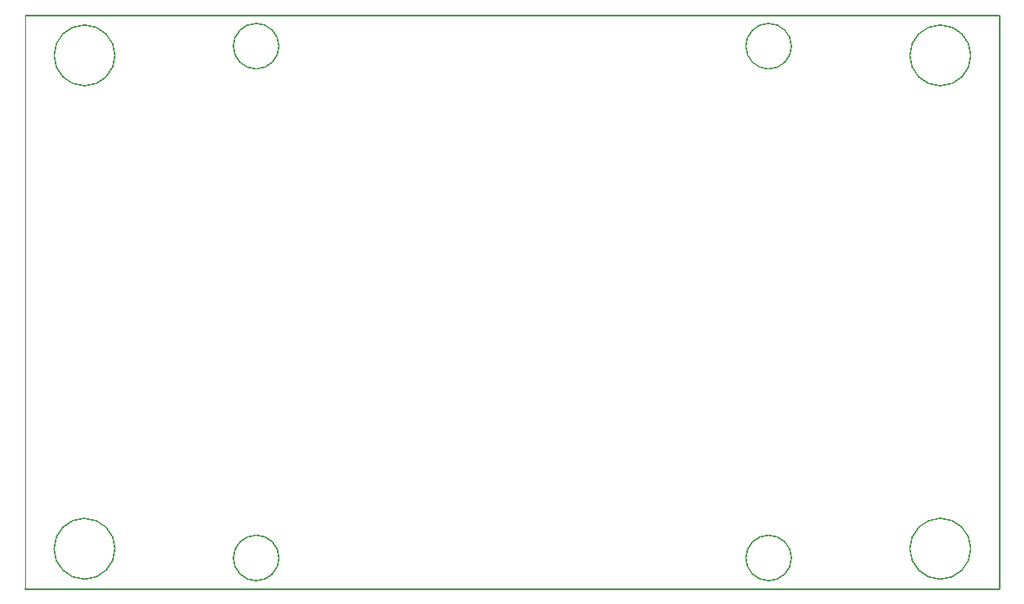
<source format=gko>
G04*
G04 #@! TF.GenerationSoftware,Altium Limited,Altium Designer,23.8.1 (32)*
G04*
G04 Layer_Color=16711935*
%FSLAX44Y44*%
%MOMM*%
G71*
G04*
G04 #@! TF.SameCoordinates,5CA60E89-82B3-479B-9089-D34F769FB2F0*
G04*
G04*
G04 #@! TF.FilePolarity,Positive*
G04*
G01*
G75*
%ADD18C,0.1000*%
D18*
X57622Y490952D02*
G03*
X87622Y520952I0J30000D01*
G01*
D02*
G03*
X57622Y550952I-30000J0D01*
G01*
D02*
G03*
X27622Y520952I0J-30000D01*
G01*
D02*
G03*
X57622Y490952I30000J0D01*
G01*
X225122Y507452D02*
G03*
X247622Y529952I0J22500D01*
G01*
D02*
G03*
X225122Y552452I-22500J0D01*
G01*
D02*
G03*
X202622Y529952I0J-22500D01*
G01*
D02*
G03*
X225122Y507452I22500J0D01*
G01*
X725122D02*
G03*
X747622Y529952I0J22500D01*
G01*
D02*
G03*
X725122Y552452I-22500J0D01*
G01*
D02*
G03*
X702622Y529952I0J-22500D01*
G01*
D02*
G03*
X725122Y507452I22500J0D01*
G01*
X892622Y490952D02*
G03*
X922622Y520952I0J30000D01*
G01*
D02*
G03*
X892622Y550952I-30000J0D01*
G01*
D02*
G03*
X862622Y520952I0J-30000D01*
G01*
D02*
G03*
X892622Y490952I30000J0D01*
G01*
Y68952D02*
G03*
X862622Y38952I0J-30000D01*
G01*
X922622D02*
G03*
X892622Y68952I-30000J0D01*
G01*
Y8952D02*
G03*
X922622Y38952I0J30000D01*
G01*
X862622D02*
G03*
X892622Y8952I30000J0D01*
G01*
X725122Y52452D02*
G03*
X702622Y29952I0J-22500D01*
G01*
X747622D02*
G03*
X725122Y52452I-22500J0D01*
G01*
Y7452D02*
G03*
X747622Y29952I0J22500D01*
G01*
X702622D02*
G03*
X725122Y7452I22500J0D01*
G01*
X225122D02*
G03*
X247622Y29952I0J22500D01*
G01*
D02*
G03*
X225122Y52452I-22500J0D01*
G01*
D02*
G03*
X202622Y29952I0J-22500D01*
G01*
D02*
G03*
X225122Y7452I22500J0D01*
G01*
X57622Y8952D02*
G03*
X87622Y38952I0J30000D01*
G01*
D02*
G03*
X57622Y68952I-30000J0D01*
G01*
D02*
G03*
X27622Y38952I0J-30000D01*
G01*
D02*
G03*
X57622Y8952I30000J0D01*
G01*
X950500Y560000D02*
G03*
X950000Y560500I-500J0D01*
G01*
X950500Y560000D02*
G03*
X950000Y560500I-500J0D01*
G01*
X922122Y520952D02*
G03*
X892622Y550452I-29500J0D01*
G01*
D02*
G03*
X863122Y520952I0J-29500D01*
G01*
X892622Y491452D02*
G03*
X922122Y520952I0J29500D01*
G01*
X863122D02*
G03*
X892622Y491452I29500J0D01*
G01*
X725122Y507952D02*
G03*
X747122Y529952I0J22000D01*
G01*
D02*
G03*
X725122Y551952I-22000J0D01*
G01*
D02*
G03*
X703122Y529952I0J-22000D01*
G01*
D02*
G03*
X725122Y507952I22000J0D01*
G01*
X922122Y38952D02*
G03*
X892622Y68452I-29500J0D01*
G01*
D02*
G03*
X863122Y38952I0J-29500D01*
G01*
X892622Y9452D02*
G03*
X922122Y38952I0J29500D01*
G01*
X950000Y-500D02*
G03*
X950500Y0I0J500D01*
G01*
X950000Y-500D02*
G03*
X950500Y0I0J500D01*
G01*
X863122Y38952D02*
G03*
X892622Y9452I29500J0D01*
G01*
X747122Y29952D02*
G03*
X725122Y51952I-22000J0D01*
G01*
D02*
G03*
X703122Y29952I0J-22000D01*
G01*
X725122Y7952D02*
G03*
X747122Y29952I0J22000D01*
G01*
X703122D02*
G03*
X725122Y7952I22000J0D01*
G01*
X247122Y529952D02*
G03*
X225122Y551952I-22000J0D01*
G01*
D02*
G03*
X203122Y529952I0J-22000D01*
G01*
X225122Y507952D02*
G03*
X247122Y529952I0J22000D01*
G01*
X203122D02*
G03*
X225122Y507952I22000J0D01*
G01*
X87122Y520952D02*
G03*
X57622Y550452I-29500J0D01*
G01*
X0Y560500D02*
G03*
X-500Y560000I0J-500D01*
G01*
X57622Y550452D02*
G03*
X28122Y520952I0J-29500D01*
G01*
X0Y560500D02*
G03*
X-500Y560000I0J-500D01*
G01*
X57622Y491452D02*
G03*
X87122Y520952I0J29500D01*
G01*
X28122D02*
G03*
X57622Y491452I29500J0D01*
G01*
X247122Y29952D02*
G03*
X225122Y51952I-22000J0D01*
G01*
D02*
G03*
X203122Y29952I0J-22000D01*
G01*
X225122Y7952D02*
G03*
X247122Y29952I0J22000D01*
G01*
X203122D02*
G03*
X225122Y7952I22000J0D01*
G01*
X87122Y38952D02*
G03*
X57622Y68452I-29500J0D01*
G01*
D02*
G03*
X28122Y38952I0J-29500D01*
G01*
X57622Y9452D02*
G03*
X87122Y38952I0J29500D01*
G01*
X28122D02*
G03*
X57622Y9452I29500J0D01*
G01*
X-500Y0D02*
G03*
X0Y-500I500J0D01*
G01*
X-500Y0D02*
G03*
X0Y-500I500J0D01*
G01*
Y0D02*
Y560000D01*
X950000D01*
Y0D02*
Y560000D01*
X0Y0D02*
X950000D01*
X950500D02*
Y560000D01*
X0Y560500D02*
X950000D01*
X0Y-500D02*
X950000D01*
X-500Y0D02*
Y560000D01*
M02*

</source>
